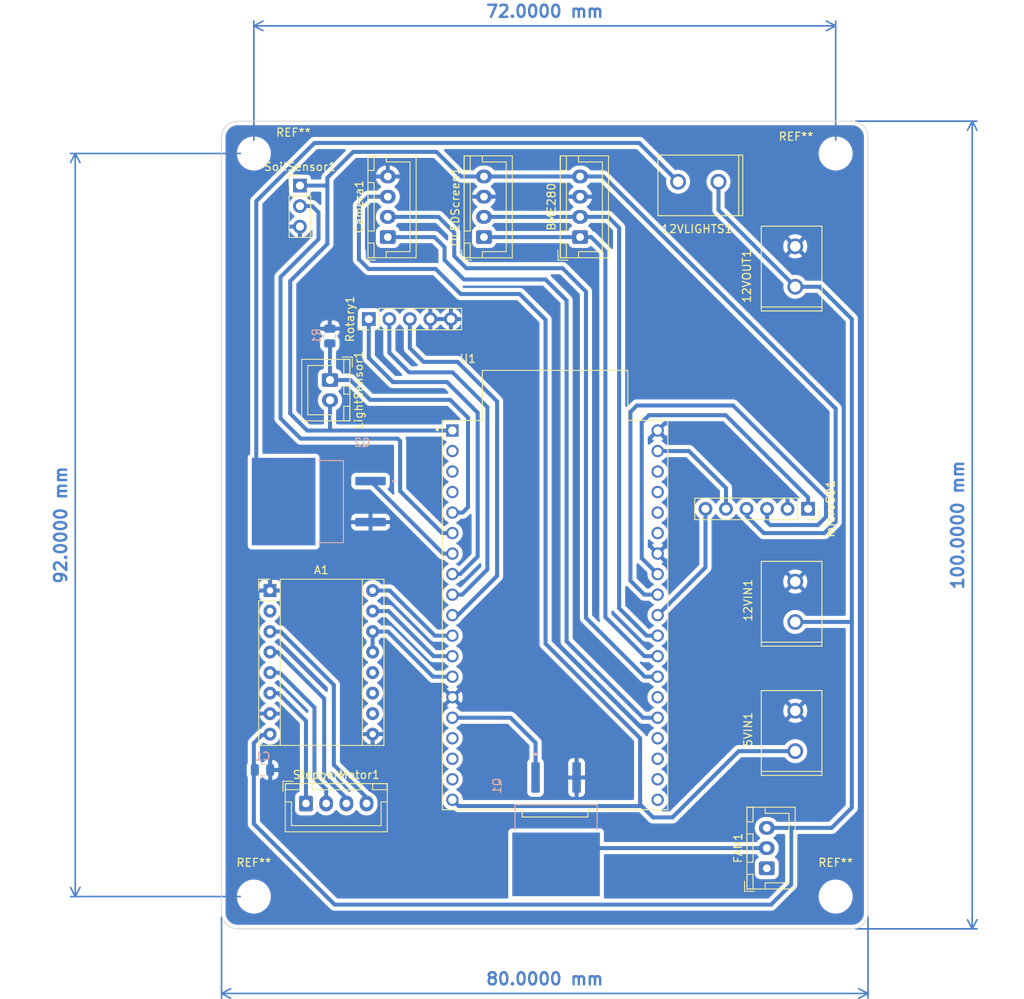
<source format=kicad_pcb>
(kicad_pcb (version 20211014) (generator pcbnew)
  (layers (0 "F.Cu" signal) (31 "B.Cu" signal) (34 "B.Paste" user) (35 "F.Paste" user) (36 "B.SilkS" user "B.Silkscreen") (37 "F.SilkS" user "F.Silkscreen") (38 "B.Mask" user) (39 "F.Mask" user) (44 "Edge.Cuts" user))
  (net 0 "")
  (net 1 "GND")
  (net 2 "Net-(12VIN1-Pad1)")
  (net 3 "Net-(12VLIGHTS1-Pad2)")
  (net 5 "/A2")
  (net 6 "/A1")
  (net 7 "/B1")
  (net 8 "/B2")
  (net 12 "Net-(A1-Pad13)")
  (net 13 "Net-(A1-Pad15)")
  (net 14 "Net-(A1-Pad16)")
  (net 15 "/SDA")
  (net 16 "/SCL")
  (net 17 "/3.3V")
  (net 19 "Net-(FAN1-Pad2)")
  (net 20 "/DO")
  (net 21 "/SCK")
  (net 22 "/DI")
  (net 23 "/CS")
  (net 24 "/FAN")
  (net 25 "/LED")
  (net 26 "/5V")
  (net 40 "/LIGHT")
  (net 41 "/SOIL")
  (net 42 "/RX2")
  (net 43 "/TX2")
  (net 44 "Net-(Rotary1-Pad1)")
  (net 45 "Net-(Rotary1-Pad2)")
  (net 46 "Net-(Rotary1-Pad3)")
  (footprint "TerminalBlock_2x5mm:691502710002" (layer "F.Cu") (at 178 61 90)
    (fp_text reference "12VOUT1" (at -1.2 -6 90) (layer "F.SilkS"))
    (fp_text value "Screw_Terminal_01x02")
    (pad "1" thru_hole circle locked (at -2.5 0 90) (size 1.95 1.95) (drill 1.3) (layers *.Cu *.Mask) (net 2 "Net-(12VIN1-Pad1)"))
    (pad "2" thru_hole circle locked (at 2.5 0 90) (size 1.95 1.95) (drill 1.3) (layers *.Cu *.Mask) (net 1 "GND"))
  )
  (footprint "Connector_JST:JST_XH_B2B-XH-A_1x02_P2.50mm_Vertical" (layer "F.Cu") (at 120.425 75.05 -90)
    (fp_text reference "LightSensor1" (at 1.25 -3.55 90) (layer "F.SilkS"))
    (fp_text value "Conn_01x02")
    (pad "1" thru_hole roundrect (at 0 0 270) (size 1.7 2) (drill 1) (layers *.Cu *.Mask) (roundrect_rratio 0.147059) (net 40 "/LIGHT"))
    (pad "2" thru_hole oval (at 2.5 0 270) (size 1.7 2) (drill 1) (layers *.Cu *.Mask) (net 17 "/3.3V"))
  )
  (footprint "MountingHole:MountingHole_3.2mm_M3" (layer "F.Cu") (at 111 47)
    (fp_text reference "REF**" (at 4.9 -2.6) (layer "F.SilkS"))
    (fp_text value "MountingHole_3.2mm_M3")
    (pad "" np_thru_hole circle (at 0 0) (size 3.2 3.2) (drill 3.2) (layers F&B.Cu *.Mask))
  )
  (footprint "MountingHole:MountingHole_3.2mm_M3" (layer "F.Cu") (at 183 47)
    (fp_text reference "REF**" (at -4.9 -2.1) (layer "F.SilkS"))
    (fp_text value "MountingHole_3.2mm_M3")
    (pad "" np_thru_hole circle (at 0 0) (size 3.2 3.2) (drill 3.2) (layers *.Cu *.Mask))
  )
  (footprint "ESP32:MODULE_ESP32-DEVKITC" (layer "F.Cu") (at 148.2725 104.15)
    (fp_text reference "U1" (at -10.795 -31.75) (layer "F.SilkS"))
    (fp_text value "ESP32-DEVKITC")
    (pad "1" thru_hole rect locked (at -12.7 -22.85) (size 1.53 1.53) (drill 1.02) (layers *.Cu *.Mask) (net 17 "/3.3V"))
    (pad "2" thru_hole circle locked (at -12.7 -20.31) (size 1.53 1.53) (drill 1.02) (layers *.Cu *.Mask))
    (pad "3" thru_hole circle locked (at -12.7 -17.77) (size 1.53 1.53) (drill 1.02) (layers *.Cu *.Mask))
    (pad "4" thru_hole circle locked (at -12.7 -15.23) (size 1.53 1.53) (drill 1.02) (layers *.Cu *.Mask))
    (pad "5" thru_hole circle locked (at -12.7 -12.69) (size 1.53 1.53) (drill 1.02) (layers *.Cu *.Mask) (net 40 "/LIGHT"))
    (pad "6" thru_hole circle locked (at -12.7 -10.15) (size 1.53 1.53) (drill 1.02) (layers *.Cu *.Mask) (net 41 "/SOIL"))
    (pad "7" thru_hole circle locked (at -12.7 -7.61) (size 1.53 1.53) (drill 1.02) (layers *.Cu *.Mask) (net 25 "/LED"))
    (pad "8" thru_hole circle locked (at -12.7 -5.07) (size 1.53 1.53) (drill 1.02) (layers *.Cu *.Mask) (net 44 "Net-(Rotary1-Pad1)"))
    (pad "9" thru_hole circle locked (at -12.7 -2.53) (size 1.53 1.53) (drill 1.02) (layers *.Cu *.Mask) (net 45 "Net-(Rotary1-Pad2)"))
    (pad "10" thru_hole circle locked (at -12.7 0.01) (size 1.53 1.53) (drill 1.02) (layers *.Cu *.Mask) (net 46 "Net-(Rotary1-Pad3)"))
    (pad "11" thru_hole circle locked (at -12.7 2.55) (size 1.53 1.53) (drill 1.02) (layers *.Cu *.Mask) (net 14 "Net-(A1-Pad16)"))
    (pad "12" thru_hole circle locked (at -12.7 5.09) (size 1.53 1.53) (drill 1.02) (layers *.Cu *.Mask) (net 13 "Net-(A1-Pad15)"))
    (pad "13" thru_hole circle locked (at -12.7 7.63) (size 1.53 1.53) (drill 1.02) (layers *.Cu *.Mask) (net 12 "Net-(A1-Pad13)"))
    (pad "14" thru_hole circle locked (at -12.7 10.17) (size 1.53 1.53) (drill 1.02) (layers *.Cu *.Mask) (net 1 "GND"))
    (pad "15" thru_hole circle locked (at -12.7 12.71) (size 1.53 1.53) (drill 1.02) (layers *.Cu *.Mask) (net 24 "/FAN"))
    (pad "16" thru_hole circle locked (at -12.7 15.25) (size 1.53 1.53) (drill 1.02) (layers *.Cu *.Mask))
    (pad "17" thru_hole circle locked (at -12.7 17.79) (size 1.53 1.53) (drill 1.02) (layers *.Cu *.Mask))
    (pad "18" thru_hole circle locked (at -12.7 20.33) (size 1.53 1.53) (drill 1.02) (layers *.Cu *.Mask))
    (pad "19" thru_hole circle locked (at -12.7 22.87) (size 1.53 1.53) (drill 1.02) (layers *.Cu *.Mask) (net 26 "/5V"))
    (pad "20" thru_hole circle locked (at 12.7 22.87) (size 1.53 1.53) (drill 1.02) (layers *.Cu *.Mask))
    (pad "21" thru_hole circle locked (at 12.7 20.33) (size 1.53 1.53) (drill 1.02) (layers *.Cu *.Mask))
    (pad "22" thru_hole circle locked (at 12.7 17.79) (size 1.53 1.53) (drill 1.02) (layers *.Cu *.Mask))
    (pad "23" thru_hole circle locked (at 12.7 15.25) (size 1.53 1.53) (drill 1.02) (layers *.Cu *.Mask))
    (pad "24" thru_hole circle locked (at 12.7 12.71) (size 1.53 1.53) (drill 1.02) (layers *.Cu *.Mask) (net 42 "/RX2"))
    (pad "25" thru_hole circle locked (at 12.7 10.17) (size 1.53 1.53) (drill 1.02) (layers *.Cu *.Mask))
    (pad "26" thru_hole circle locked (at 12.7 7.63) (size 1.53 1.53) (drill 1.02) (layers *.Cu *.Mask) (net 43 "/TX2"))
    (pad "27" thru_hole circle locked (at 12.7 5.09) (size 1.53 1.53) (drill 1.02) (layers *.Cu *.Mask) (net 15 "/SDA"))
    (pad "28" thru_hole circle locked (at 12.7 2.55) (size 1.53 1.53) (drill 1.02) (layers *.Cu *.Mask) (net 16 "/SCL"))
    (pad "29" thru_hole circle locked (at 12.7 0.01) (size 1.53 1.53) (drill 1.02) (layers *.Cu *.Mask) (net 23 "/CS"))
    (pad "30" thru_hole circle locked (at 12.7 -2.53) (size 1.53 1.53) (drill 1.02) (layers *.Cu *.Mask) (net 21 "/SCK"))
    (pad "31" thru_hole circle locked (at 12.7 -5.07) (size 1.53 1.53) (drill 1.02) (layers *.Cu *.Mask) (net 20 "/DO"))
    (pad "32" thru_hole circle locked (at 12.7 -7.61) (size 1.53 1.53) (drill 1.02) (layers *.Cu *.Mask) (net 1 "GND"))
    (pad "33" thru_hole circle locked (at 12.7 -10.15) (size 1.53 1.53) (drill 1.02) (layers *.Cu *.Mask))
    (pad "34" thru_hole circle locked (at 12.7 -12.69) (size 1.53 1.53) (drill 1.02) (layers *.Cu *.Mask))
    (pad "35" thru_hole circle locked (at 12.7 -15.23) (size 1.53 1.53) (drill 1.02) (layers *.Cu *.Mask))
    (pad "36" thru_hole circle locked (at 12.7 -17.77) (size 1.53 1.53) (drill 1.02) (layers *.Cu *.Mask))
    (pad "37" thru_hole circle locked (at 12.7 -20.31) (size 1.53 1.53) (drill 1.02) (layers *.Cu *.Mask) (net 22 "/DI"))
    (pad "38" thru_hole circle locked (at 12.7 -22.85) (size 1.53 1.53) (drill 1.02) (layers *.Cu *.Mask) (net 1 "GND"))
  )
  (footprint "Connector_PinSocket_2.54mm:PinSocket_1x06_P2.54mm_Vertical" (layer "F.Cu") (at 179.59 91 -90)
    (fp_text reference "microSD1" (at 0 -2.77 90) (layer "F.SilkS"))
    (fp_text value "Conn_01x06_Female")
    (pad "1" thru_hole rect (at 0 0 270) (size 1.7 1.7) (drill 1) (layers *.Cu *.Mask) (net 20 "/DO"))
    (pad "2" thru_hole oval (at 0 2.54 270) (size 1.7 1.7) (drill 1) (layers *.Cu *.Mask) (net 1 "GND"))
    (pad "3" thru_hole oval (at 0 5.08 270) (size 1.7 1.7) (drill 1) (layers *.Cu *.Mask) (net 21 "/SCK"))
    (pad "4" thru_hole oval (at 0 7.62 270) (size 1.7 1.7) (drill 1) (layers *.Cu *.Mask) (net 17 "/3.3V"))
    (pad "5" thru_hole oval (at 0 10.16 270) (size 1.7 1.7) (drill 1) (layers *.Cu *.Mask) (net 22 "/DI"))
    (pad "6" thru_hole oval (at 0 12.7 270) (size 1.7 1.7) (drill 1) (layers *.Cu *.Mask) (net 23 "/CS"))
  )
  (footprint "TerminalBlock_2x5mm:691502710002" (layer "F.Cu") (at 166 50.5 180)
    (fp_text reference "12VLIGHTS1" (at 0.175 -5.843) (layer "F.SilkS"))
    (fp_text value "Screw_Terminal_01x02")
    (pad "1" thru_hole circle locked (at -2.5 0 180) (size 1.95 1.95) (drill 1.3) (layers *.Cu *.Mask) (net 2 "Net-(12VIN1-Pad1)"))
    (pad "2" thru_hole circle locked (at 2.5 0 180) (size 1.95 1.95) (drill 1.3) (layers *.Cu *.Mask) (net 3 "Net-(12VLIGHTS1-Pad2)"))
  )
  (footprint "TerminalBlock_2x5mm:691502710002" (layer "F.Cu") (at 178 118.5 90)
    (fp_text reference "5VIN1" (at 0.175 -5.843 90) (layer "F.SilkS"))
    (fp_text value "Screw_Terminal_01x02")
    (pad "1" thru_hole circle locked (at -2.5 0 90) (size 1.95 1.95) (drill 1.3) (layers *.Cu *.Mask) (net 26 "/5V"))
    (pad "2" thru_hole circle locked (at 2.5 0 90) (size 1.95 1.95) (drill 1.3) (layers *.Cu *.Mask) (net 1 "GND"))
  )
  (footprint "Connector_JST:JST_XH_B3B-XH-A_1x03_P2.50mm_Vertical" (layer "F.Cu") (at 174.475 135.5 90)
    (fp_text reference "FAN1" (at 2.5 -3.55 90) (layer "F.SilkS"))
    (fp_text value "Conn_01x03")
    (pad "1" thru_hole roundrect (at 0 0 90) (size 1.7 1.95) (drill 0.95) (layers *.Cu *.Mask) (roundrect_rratio 0.147059))
    (pad "2" thru_hole oval (at 2.5 0 90) (size 1.7 1.95) (drill 0.95) (layers *.Cu *.Mask) (net 19 "Net-(FAN1-Pad2)"))
    (pad "3" thru_hole oval (at 5 0 90) (size 1.7 1.95) (drill 0.95) (layers *.Cu *.Mask) (net 2 "Net-(12VIN1-Pad1)"))
  )
  (footprint "MountingHole:MountingHole_3.2mm_M3" (layer "F.Cu") (at 111 139)
    (fp_text reference "REF**" (at 0 -4.2) (layer "F.SilkS"))
    (fp_text value "MountingHole_3.2mm_M3")
    (pad "" np_thru_hole circle (at 0 0) (size 3.2 3.2) (drill 3.2) (layers F&B.Cu *.Mask))
  )
  (footprint "Connector_JST:JST_XH_B4B-XH-A_1x04_P2.50mm_Vertical" (layer "F.Cu") (at 127.575 57.35 90)
    (fp_text reference "Camera1" (at 3.75 -3.55 90) (layer "F.SilkS"))
    (fp_text value "Conn_01x04")
    (pad "1" thru_hole roundrect (at 0 0 90) (size 1.7 1.95) (drill 0.95) (layers *.Cu *.Mask) (roundrect_rratio 0.147059) (net 42 "/RX2"))
    (pad "2" thru_hole oval (at 2.5 0 90) (size 1.7 1.95) (drill 0.95) (layers *.Cu *.Mask) (net 43 "/TX2"))
    (pad "3" thru_hole oval (at 5 0 90) (size 1.7 1.95) (drill 0.95) (layers *.Cu *.Mask) (net 26 "/5V"))
    (pad "4" thru_hole oval (at 7.5 0 90) (size 1.7 1.95) (drill 0.95) (layers *.Cu *.Mask) (net 1 "GND"))
  )
  (footprint "Connector_JST:JST_XH_B4B-XH-A_1x04_P2.50mm_Vertical" (layer "F.Cu") (at 117.45 127.475)
    (fp_text reference "StepperMotor1" (at 3.75 -3.55) (layer "F.SilkS"))
    (fp_text value "Conn_01x04")
    (pad "1" thru_hole roundrect (at 0 0) (size 1.7 1.95) (drill 0.95) (layers *.Cu *.Mask) (roundrect_rratio 0.147059) (net 8 "/B2"))
    (pad "2" thru_hole oval (at 2.5 0) (size 1.7 1.95) (drill 0.95) (layers *.Cu *.Mask) (net 7 "/B1"))
    (pad "3" thru_hole oval (at 5 0) (size 1.7 1.95) (drill 0.95) (layers *.Cu *.Mask) (net 6 "/A1"))
    (pad "4" thru_hole oval (at 7.5 0) (size 1.7 1.95) (drill 0.95) (layers *.Cu *.Mask) (net 5 "/A2"))
  )
  (footprint "Connector_JST:JST_XH_B4B-XH-A_1x04_P2.50mm_Vertical" (layer "F.Cu") (at 139.475 57.35 90)
    (fp_text reference "OLEDScreen1" (at 3.75 -3.55 90) (layer "F.SilkS"))
    (fp_text value "Conn_01x04")
    (pad "1" thru_hole roundrect (at 0 0 90) (size 1.7 1.95) (drill 0.95) (layers *.Cu *.Mask) (roundrect_rratio 0.147059) (net 15 "/SDA"))
    (pad "2" thru_hole oval (at 2.5 0 90) (size 1.7 1.95) (drill 0.95) (layers *.Cu *.Mask) (net 16 "/SCL"))
    (pad "3" thru_hole oval (at 5 0 90) (size 1.7 1.95) (drill 0.95) (layers *.Cu *.Mask) (net 1 "GND"))
    (pad "4" thru_hole oval (at 7.5 0 90) (size 1.7 1.95) (drill 0.95) (layers *.Cu *.Mask) (net 17 "/3.3V"))
  )
  (footprint "Connector_JST:JST_XH_B4B-XH-A_1x04_P2.50mm_Vertical" (layer "F.Cu") (at 151.375 57.35 90)
    (fp_text reference "BME280" (at 3.75 -3.55 90) (layer "F.SilkS"))
    (fp_text value "Conn_01x04")
    (pad "1" thru_hole roundrect (at 0 0 90) (size 1.7 1.95) (drill 0.95) (layers *.Cu *.Mask) (roundrect_rratio 0.147059) (net 15 "/SDA"))
    (pad "2" thru_hole oval (at 2.5 0 90) (size 1.7 1.95) (drill 0.95) (layers *.Cu *.Mask) (net 16 "/SCL"))
    (pad "3" thru_hole oval (at 5 0 90) (size 1.7 1.95) (drill 0.95) (layers *.Cu *.Mask) (net 1 "GND"))
    (pad "4" thru_hole oval (at 7.5 0 90) (size 1.7 1.95) (drill 0.95) (layers *.Cu *.Mask) (net 17 "/3.3V"))
  )
  (footprint "MountingHole:MountingHole_3.2mm_M3" (layer "F.Cu") (at 183 139)
    (fp_text reference "REF**" (at 0 -4.2) (layer "F.SilkS"))
    (fp_text value "MountingHole_3.2mm_M3")
    (pad "" np_thru_hole circle (at 0 0) (size 3.2 3.2) (drill 3.2) (layers F&B.Cu *.Mask))
  )
  (footprint "TerminalBlock_2x5mm:691502710002" (layer "F.Cu") (at 178 102.5 90)
    (fp_text reference "12VIN1" (at 0.175 -5.843 90) (layer "F.SilkS"))
    (fp_text value "Screw_Terminal_01x02")
    (pad "1" thru_hole circle locked (at -2.5 0 90) (size 1.95 1.95) (drill 1.3) (layers *.Cu *.Mask) (net 2 "Net-(12VIN1-Pad1)"))
    (pad "2" thru_hole circle locked (at 2.5 0 90) (size 1.95 1.95) (drill 1.3) (layers *.Cu *.Mask) (net 1 "GND"))
  )
  (footprint "Connector_PinHeader_2.54mm:PinHeader_1x05_P2.54mm_Vertical" (layer "F.Cu") (at 125.225 67.5 90)
    (fp_text reference "Rotary1" (at 0 -2.33 90) (layer "F.SilkS"))
    (fp_text value "Conn_01x05_Male")
    (pad "1" thru_hole rect (at 0 0 90) (size 1.7 1.7) (drill 1) (layers *.Cu *.Mask) (net 44 "Net-(Rotary1-Pad1)"))
    (pad "2" thru_hole oval (at 0 2.54 90) (size 1.7 1.7) (drill 1) (layers *.Cu *.Mask) (net 45 "Net-(Rotary1-Pad2)"))
    (pad "3" thru_hole oval (at 0 5.08 90) (size 1.7 1.7) (drill 1) (layers *.Cu *.Mask) (net 46 "Net-(Rotary1-Pad3)"))
    (pad "4" thru_hole oval (at 0 7.62 90) (size 1.7 1.7) (drill 1) (layers *.Cu *.Mask) (net 1 "GND"))
    (pad "5" thru_hole oval (at 0 10.16 90) (size 1.7 1.7) (drill 1) (layers *.Cu *.Mask) (net 1 "GND"))
  )
  (footprint "Module:Pololu_Breakout-16_15.2x20.3mm" (layer "F.Cu") (at 113 101.11)
    (fp_text reference "A1" (at 6.35 -2.54) (layer "F.SilkS"))
    (fp_text value "Pololu_Breakout_DRV8825")
    (pad "1" thru_hole rect (at 0 0) (size 1.6 1.6) (drill 0.8) (layers *.Cu *.Mask) (net 1 "GND"))
    (pad "2" thru_hole oval (at 0 2.54) (size 1.6 1.6) (drill 0.8) (layers *.Cu *.Mask))
    (pad "3" thru_hole oval (at 0 5.08) (size 1.6 1.6) (drill 0.8) (layers *.Cu *.Mask) (net 5 "/A2"))
    (pad "4" thru_hole oval (at 0 7.62) (size 1.6 1.6) (drill 0.8) (layers *.Cu *.Mask) (net 6 "/A1"))
    (pad "5" thru_hole oval (at 0 10.16) (size 1.6 1.6) (drill 0.8) (layers *.Cu *.Mask) (net 7 "/B1"))
    (pad "6" thru_hole oval (at 0 12.7) (size 1.6 1.6) (drill 0.8) (layers *.Cu *.Mask) (net 8 "/B2"))
    (pad "7" thru_hole oval (at 0 15.24) (size 1.6 1.6) (drill 0.8) (layers *.Cu *.Mask) (net 1 "GND"))
    (pad "8" thru_hole oval (at 0 17.78) (size 1.6 1.6) (drill 0.8) (layers *.Cu *.Mask) (net 2 "Net-(12VIN1-Pad1)"))
    (pad "9" thru_hole oval (at 12.7 17.78) (size 1.6 1.6) (drill 0.8) (layers *.Cu *.Mask) (net 1 "GND"))
    (pad "10" thru_hole oval (at 12.7 15.24) (size 1.6 1.6) (drill 0.8) (layers *.Cu *.Mask))
    (pad "11" thru_hole oval (at 12.7 12.7) (size 1.6 1.6) (drill 0.8) (layers *.Cu *.Mask))
    (pad "12" thru_hole oval (at 12.7 10.16) (size 1.6 1.6) (drill 0.8) (layers *.Cu *.Mask))
    (pad "13" thru_hole oval (at 12.7 7.62) (size 1.6 1.6) (drill 0.8) (layers *.Cu *.Mask) (net 12 "Net-(A1-Pad13)"))
    (pad "14" thru_hole oval (at 12.7 5.08) (size 1.6 1.6) (drill 0.8) (layers *.Cu *.Mask) (net 12 "Net-(A1-Pad13)"))
    (pad "15" thru_hole oval (at 12.7 2.54) (size 1.6 1.6) (drill 0.8) (layers *.Cu *.Mask) (net 13 "Net-(A1-Pad15)"))
    (pad "16" thru_hole oval (at 12.7 0) (size 1.6 1.6) (drill 0.8) (layers *.Cu *.Mask) (net 14 "Net-(A1-Pad16)"))
  )
  (footprint "Connector_PinHeader_2.54mm:PinHeader_1x03_P2.54mm_Vertical" (layer "F.Cu") (at 116.7 50.975)
    (fp_text reference "SoilSensor1" (at 0 -2.33) (layer "F.SilkS"))
    (fp_text value "Conn_01x03_Male")
    (pad "1" thru_hole rect (at 0 0) (size 1.7 1.7) (drill 1) (layers *.Cu *.Mask) (net 17 "/3.3V"))
    (pad "2" thru_hole oval (at 0 2.54) (size 1.7 1.7) (drill 1) (layers *.Cu *.Mask) (net 41 "/SOIL"))
    (pad "3" thru_hole oval (at 0 5.08) (size 1.7 1.7) (drill 1) (layers *.Cu *.Mask) (net 1 "GND"))
  )
  (footprint "Capacitor_SMD:C_0805_2012Metric" (layer "B.Cu") (at 112.075 123.325 180)
    (fp_text reference "C1" (at 0 1.68) (layer "B.SilkS") (effects (justify mirror)))
    (fp_text value "100uF")
    (pad "1" smd roundrect (at -0.95 0 180) (size 1 1.45) (layers "B.Cu" "B.Paste" "B.Mask") (net 1 "GND"))
    (pad "2" smd roundrect (at 0.95 0 180) (size 1 1.45) (layers "B.Cu" "B.Paste" "B.Mask") (net 2 "Net-(12VIN1-Pad1)"))
  )
  (footprint "IRF3205STRLPBF:TO254P1524X483-4N" (layer "B.Cu") (at 119.0375 90.1 180)
    (fp_text reference "Q2" (at -5.365 7.305) (layer "B.SilkS") (effects (justify mirror)))
    (fp_text value "IRF3205")
    (pad "1" smd roundrect locked (at -6.4 2.54 180) (size 3.78 1.06) (layers "B.Cu" "B.Paste" "B.Mask") (roundrect_rratio 0.13) (net 25 "/LED"))
    (pad "2" smd rect locked (at 4.35 0 180) (size 7.88 10.84) (layers "B.Cu" "B.Mask") (net 3 "Net-(12VLIGHTS1-Pad2)"))
    (pad "3" smd roundrect locked (at -6.4 -2.54 180) (size 3.78 1.06) (layers "B.Cu" "B.Paste" "B.Mask") (roundrect_rratio 0.13) (net 1 "GND"))
  )
  (footprint "Resistor_SMD:R_0805_2012Metric" (layer "B.Cu") (at 120.4 69.6 -90)
    (fp_text reference "R1" (at 0 1.65 90) (layer "B.SilkS") (effects (justify mirror)))
    (fp_text value "10k")
    (pad "1" smd roundrect (at -0.9125 0 270) (size 1.025 1.4) (layers "B.Cu" "B.Paste" "B.Mask") (roundrect_rratio 0.243902) (net 1 "GND"))
    (pad "2" smd roundrect (at 0.9125 0 270) (size 1.025 1.4) (layers "B.Cu" "B.Paste" "B.Mask") (roundrect_rratio 0.243902) (net 40 "/LIGHT"))
  )
  (footprint "IRF3205STRLPBF:TO254P1524X483-4N" (layer "B.Cu") (at 148.4 130.6625 -90)
    (fp_text reference "Q1" (at -5.365 7.305 90) (layer "B.SilkS") (effects (justify mirror)))
    (fp_text value "IRF3205")
    (pad "1" smd roundrect locked (at -6.4 2.54 270) (size 3.78 1.06) (layers "B.Cu" "B.Paste" "B.Mask") (roundrect_rratio 0.13) (net 24 "/FAN"))
    (pad "2" smd rect locked (at 4.35 0 270) (size 7.88 10.84) (layers "B.Cu" "B.Mask") (net 19 "Net-(FAN1-Pad2)"))
    (pad "3" smd roundrect locked (at -6.4 -2.54 270) (size 3.78 1.06) (layers "B.Cu" "B.Paste" "B.Mask") (roundrect_rratio 0.13) (net 1 "GND"))
  )
  (gr_line (start 187 45) (end 187 141) (layer "Edge.Cuts") (width 0.1))
  (gr_arc (start 107 45) (mid 107.585786 43.585786) (end 109 43) (layer "Edge.Cuts") (width 0.1))
  (gr_arc (start 109 143) (mid 107.585786 142.414214) (end 107 141) (layer "Edge.Cuts") (width 0.1))
  (gr_line (start 185 143) (end 109 143) (layer "Edge.Cuts") (width 0.1))
  (gr_arc (start 185 43) (mid 186.414214 43.585786) (end 187 45) (layer "Edge.Cuts") (width 0.1))
  (gr_line (start 107 141) (end 107 45) (layer "Edge.Cuts") (width 0.1))
  (gr_line (start 109 43) (end 185 43) (layer "Edge.Cuts") (width 0.1))
  (gr_arc (start 187 141) (mid 186.414214 142.414214) (end 185 143) (layer "Edge.Cuts") (width 0.1))
  (dimension (type aligned) (layer "B.Cu") (pts (xy 111 47) (xy 183 47)) (height -15.8) (gr_text "72,0000 mm" (at 147 29.4) (layer "B.Cu") (effects (font (size 1.5 1.5) (thickness 0.3)))) (format (units 3) (units_format 1) (precision 4)) (style (thickness 0.2) (arrow_length 1.27) (text_position_mode 0) (extension_height 0.58642) (extension_offset 0.5) keep_text_aligned))
  (dimension (type aligned) (layer "B.Cu") (pts (xy 111 47) (xy 111 139)) (height 22.099999) (gr_text "92,0000 mm" (at 87.100001 93 90) (layer "B.Cu") (effects (font (size 1.5 1.5) (thickness 0.3)))) (format (units 3) (units_format 1) (precision 4)) (style (thickness 0.2) (arrow_length 1.27) (text_position_mode 0) (extension_height 0.58642) (extension_offset 0.5) keep_text_aligned))
  (dimension (type aligned) (layer "B.Cu") (pts (xy 185 143) (xy 185 43)) (height 14.9) (gr_text "100,0000 mm" (at 198.1 93 90) (layer "B.Cu") (effects (font (size 1.5 1.5) (thickness 0.3)))) (format (units 3) (units_format 1) (precision 4)) (style (thickness 0.2) (arrow_length 1.27) (text_position_mode 0) (extension_height 0.58642) (extension_offset 0.5) keep_text_aligned))
  (dimension (type aligned) (layer "B.Cu") (pts (xy 107 141) (xy 187 141)) (height 9.999999) (gr_text "80,0000 mm" (at 147 149.199999) (layer "B.Cu") (effects (font (size 1.5 1.5) (thickness 0.3)))) (format (units 3) (units_format 1) (precision 4)) (style (thickness 0.2) (arrow_length 1.27) (text_position_mode 0) (extension_height 0.58642) (extension_offset 0.5) keep_text_aligned))
  (segment (start 112 119) (end 111 120) (width 0.5) (layer "B.Cu") (net 2))
  (segment (start 111 120) (end 111 123.2) (width 0.5) (layer "B.Cu") (net 2))
  (segment (start 178 63.5) (end 168.5 54) (width 0.5) (layer "B.Cu") (net 2))
  (segment (start 185 105) (end 185 128) (width 0.5) (layer "B.Cu") (net 2))
  (segment (start 111 123.2) (end 111.125 123.325) (width 0.5) (layer "B.Cu") (net 2))
  (segment (start 182.5 130.5) (end 185 128) (width 0.5) (layer "B.Cu") (net 2))
  (segment (start 111 130) (end 111 123.45) (width 0.5) (layer "B.Cu") (net 2))
  (segment (start 112.89 119) (end 112 119) (width 0.5) (layer "B.Cu") (net 2))
  (segment (start 178 105) (end 185 105) (width 0.5) (layer "B.Cu") (net 2))
  (segment (start 175 140) (end 177.5 137.5) (width 0.5) (layer "B.Cu") (net 2))
  (segment (start 121 140) (end 175 140) (width 0.5) (layer "B.Cu") (net 2))
  (segment (start 113 118.89) (end 112.89 119) (width 0.5) (layer "B.Cu") (net 2))
  (segment (start 111 130) (end 121 140) (width 0.5) (layer "B.Cu") (net 2))
  (segment (start 177.5 137.5) (end 177.5 130.5) (width 0.5) (layer "B.Cu") (net 2))
  (segment (start 168.5 54) (end 168.5 50.5) (width 0.5) (layer "B.Cu") (net 2))
  (segment (start 185 67.5) (end 185 105) (width 0.5) (layer "B.Cu") (net 2))
  (segment (start 181 63.5) (end 185 67.5) (width 0.5) (layer "B.Cu") (net 2))
  (segment (start 177.5 130.5) (end 182.5 130.5) (width 0.5) (layer "B.Cu") (net 2))
  (segment (start 178 63.5) (end 181 63.5) (width 0.5) (layer "B.Cu") (net 2))
  (segment (start 174.475 130.5) (end 177.5 130.5) (width 0.5) (layer "B.Cu") (net 2))
  (segment (start 111 123.45) (end 111.125 123.325) (width 0.5) (layer "B.Cu") (net 2))
  (segment (start 163.5 50.5) (end 158.7 45.7) (width 0.5) (layer "B.Cu") (net 3))
  (segment (start 118.5 45.7) (end 111.3 52.9) (width 0.5) (layer "B.Cu") (net 3))
  (segment (start 111.3 86.7125) (end 114.6875 90.1) (width 0.5) (layer "B.Cu") (net 3))
  (segment (start 111.3 52.9) (end 111.3 86.7125) (width 0.5) (layer "B.Cu") (net 3))
  (segment (start 158.7 45.7) (end 118.5 45.7) (width 0.5) (layer "B.Cu") (net 3))
  (segment (start 120.9 122.7) (end 124.95 126.75) (width 0.5) (layer "B.Cu") (net 5))
  (segment (start 124.95 126.75) (end 124.95 127.475) (width 0.5) (layer "B.Cu") (net 5))
  (segment (start 120.9 112.8) (end 120.9 122.7) (width 0.5) (layer "B.Cu") (net 5))
  (segment (start 114.29 106.19) (end 120.9 112.8) (width 0.5) (layer "B.Cu") (net 5))
  (segment (start 113 106.19) (end 114.29 106.19) (width 0.5) (layer "B.Cu") (net 5))
  (segment (start 122.45 126.835786) (end 122.45 127.475) (width 0.5) (layer "B.Cu") (net 6))
  (segment (start 119.7 114.5) (end 119.7 124.085786) (width 0.5) (layer "B.Cu") (net 6))
  (segment (start 119.7 124.085786) (end 122.45 126.835786) (width 0.5) (layer "B.Cu") (net 6))
  (segment (start 113.93 108.73) (end 119.7 114.5) (width 0.5) (layer "B.Cu") (net 6))
  (segment (start 113 108.73) (end 113.93 108.73) (width 0.5) (layer "B.Cu") (net 6))
  (segment (start 118.5 115.6) (end 118.5 124.3) (width 0.5) (layer "B.Cu") (net 7))
  (segment (start 118.5 124.3) (end 119.95 125.75) (width 0.5) (layer "B.Cu") (net 7))
  (segment (start 114.17 111.27) (end 118.5 115.6) (width 0.5) (layer "B.Cu") (net 7))
  (segment (start 113 111.27) (end 114.17 111.27) (width 0.5) (layer "B.Cu") (net 7))
  (segment (start 119.95 125.75) (end 119.95 127.475) (width 0.5) (layer "B.Cu") (net 7))
  (segment (start 113 113.81) (end 114.01 113.81) (width 0.5) (layer "B.Cu") (net 8))
  (segment (start 114.01 113.81) (end 117.45 117.25) (width 0.5) (layer "B.Cu") (net 8))
  (segment (start 117.45 117.25) (end 117.45 127.475) (width 0.5) (layer "B.Cu") (net 8))
  (segment (start 125.7 106.19) (end 125.7 108.73) (width 0.5) (layer "B.Cu") (net 12))
  (segment (start 127.59 106.19) (end 125.7 106.19) (width 0.5) (layer "B.Cu") (net 12))
  (segment (start 135.5725 111.78) (end 133.18 111.78) (width 0.5) (layer "B.Cu") (net 12))
  (segment (start 133.18 111.78) (end 127.59 106.19) (width 0.5) (layer "B.Cu") (net 12))
  (segment (start 133.24 109.24) (end 127.65 103.65) (width 0.5) (layer "B.Cu") (net 13))
  (segment (start 135.5725 109.24) (end 133.24 109.24) (width 0.5) (layer "B.Cu") (net 13))
  (segment (start 127.65 103.65) (end 125.7 103.65) (width 0.5) (layer "B.Cu") (net 13))
  (segment (start 127.81 101.11) (end 125.7 101.11) (width 0.5) (layer "B.Cu") (net 14))
  (segment (start 135.5725 106.7) (end 133.4 106.7) (width 0.5) (layer "B.Cu") (net 14))
  (segment (start 133.4 106.7) (end 127.81 101.11) (width 0.5) (layer "B.Cu") (net 14))
  (segment (start 160.9725 109.24) (end 159.34 109.24) (width 0.5) (layer "B.Cu") (net 15))
  (segment (start 159.34 109.24) (end 154.5 104.4) (width 0.5) (layer "B.Cu") (net 15))
  (segment (start 154.5 59.1) (end 152.75 57.35) (width 0.5) (layer "B.Cu") (net 15))
  (segment (start 151.375 57.35) (end 139.475 57.35) (width 0.5) (layer "B.Cu") (net 15))
  (segment (start 154.5 104.4) (end 154.5 59.1) (width 0.5) (layer "B.Cu") (net 15))
  (segment (start 152.75 57.35) (end 151.375 57.35) (width 0.5) (layer "B.Cu") (net 15))
  (segment (start 156.2 56.2) (end 154.85 54.85) (width 0.5) (layer "B.Cu") (net 16))
  (segment (start 159.6 106.7) (end 156.2 103.3) (width 0.5) (layer "B.Cu") (net 16))
  (segment (start 156.2 103.3) (end 156.2 56.2) (width 0.5) (layer "B.Cu") (net 16))
  (segment (start 151.375 54.85) (end 139.475 54.85) (width 0.5) (layer "B.Cu") (net 16))
  (segment (start 154.85 54.85) (end 151.375 54.85) (width 0.5) (layer "B.Cu") (net 16))
  (segment (start 160.9725 106.7) (end 159.6 106.7) (width 0.5) (layer "B.Cu") (net 16))
  (segment (start 171.97 91.87) (end 171.97 91) (width 0.5) (layer "B.Cu") (net 17))
  (segment (start 183 92.6) (end 181.6 94) (width 0.5) (layer "B.Cu") (net 17))
  (segment (start 120.425 81.175) (end 120.3 81.3) (width 0.5) (layer "B.Cu") (net 17))
  (segment (start 154.25 49.85) (end 183 78.6) (width 0.5) (layer "B.Cu") (net 17))
  (segment (start 151.375 49.85) (end 154.25 49.85) (width 0.5) (layer "B.Cu") (net 17))
  (segment (start 120.025 50.975) (end 120.1 50.9) (width 0.5) (layer "B.Cu") (net 17))
  (segment (start 174.1 94) (end 171.97 91.87) (width 0.5) (layer "B.Cu") (net 17))
  (segment (start 181.6 94) (end 174.1 94) (width 0.5) (layer "B.Cu") (net 17))
  (segment (start 133.6 46.8) (end 123.3 46.8) (width 0.5) (layer "B.Cu") (net 17))
  (segment (start 120.1 58.2) (end 115.5 62.8) (width 0.5) (layer "B.Cu") (net 17))
  (segment (start 135.5725 81.3) (end 120.3 81.3) (width 0.5) (layer "B.Cu") (net 17))
  (segment (start 117.6 81.3) (end 120.3 81.3) (width 0.5) (layer "B.Cu") (net 17))
  (segment (start 120.425 77.55) (end 120.425 81.175) (width 0.5) (layer "B.Cu") (net 17))
  (segment (start 139.475 49.85) (end 136.65 49.85) (width 0.5) (layer "B.Cu") (net 17))
  (segment (start 183 78.6) (end 183 92.6) (width 0.5) (layer "B.Cu") (net 17))
  (segment (start 115.5 62.8) (end 115.5 79.2) (width 0.5) (layer "B.Cu") (net 17))
  (segment (start 120.1 50) (end 120.1 50.9) (width 0.5) (layer "B.Cu") (net 17))
  (segment (start 139.475 49.85) (end 151.375 49.85) (width 0.5) (layer "B.Cu") (net 17))
  (segment (start 115.5 79.2) (end 117.6 81.3) (width 0.5) (layer "B.Cu") (net 17))
  (segment (start 136.65 49.85) (end 133.6 46.8) (width 0.5) (layer "B.Cu") (net 17))
  (segment (start 116.7 50.975) (end 120.025 50.975) (width 0.5) (layer "B.Cu") (net 17))
  (segment (start 123.3 46.8) (end 120.1 50) (width 0.5) (layer "B.Cu") (net 17))
  (segment (start 120.1 50.9) (end 120.1 58.2) (width 0.5) (layer "B.Cu") (net 17))
  (segment (start 150.4125 133) (end 148.4 135.0125) (width 0.5) (layer "B.Cu") (net 19))
  (segment (start 174.475 133) (end 150.4125 133) (width 0.5) (layer "B.Cu") (net 19))
  (segment (start 179.59 89.59) (end 179.59 91) (width 0.5) (layer "B.Cu") (net 20))
  (segment (start 160.9725 99.08) (end 159 97.1075) (width 0.5) (layer "B.Cu") (net 20))
  (segment (start 159.9 79.4) (end 169.4 79.4) (width 0.5) (layer "B.Cu") (net 20))
  (segment (start 169.4 79.4) (end 179.59 89.59) (width 0.5) (layer "B.Cu") (net 20))
  (segment (start 159 80.3) (end 159.9 79.4) (width 0.5) (layer "B.Cu") (net 20))
  (segment (start 159 97.1075) (end 159 80.3) (width 0.5) (layer "B.Cu") (net 20))
  (segment (start 180.79 93) (end 174.9 93) (width 0.5) (layer "B.Cu") (net 21))
  (segment (start 174.4 92.5) (end 174.51 92.39) (width 0.5) (layer "B.Cu") (net 21))
  (segment (start 159.32 101.62) (end 157.6 99.9) (width 0.5) (layer "B.Cu") (net 21))
  (segment (start 157.6 79) (end 158.4 78.2) (width 0.5) (layer "B.Cu") (net 21))
  (segment (start 174.51 92.39) (end 174.51 91) (width 0.5) (layer "B.Cu") (net 21))
  (segment (start 181.8 91.99) (end 180.79 93) (width 0.5) (layer "B.Cu") (net 21))
  (segment (start 160.9725 101.62) (end 159.32 101.62) (width 0.5) (layer "B.Cu") (net 21))
  (segment (start 170.3 78.2) (end 181.8 89.7) (width 0.5) (layer "B.Cu") (net 21))
  (segment (start 174.9 93) (end 174.4 92.5) (width 0.5) (layer "B.Cu") (net 21))
  (segment (start 158.4 78.2) (end 170.3 78.2) (width 0.5) (layer "B.Cu") (net 21))
  (segment (start 157.6 99.9) (end 157.6 79) (width 0.5) (layer "B.Cu") (net 21))
  (segment (start 181.8 89.7) (end 181.8 91.99) (width 0.5) (layer "B.Cu") (net 21))
  (segment (start 164.84 83.84) (end 169.43 88.43) (width 0.5) (layer "B.Cu") (net 22))
  (segment (start 160.9725 83.84) (end 164.84 83.84) (width 0.5) (layer "B.Cu") (net 22))
  (segment (start 169.43 88.43) (end 169.43 91) (width 0.5) (layer "B.Cu") (net 22))
  (segment (start 160.9725 104.16) (end 166.89 98.2425) (width 0.5) (layer "B.Cu") (net 23))
  (segment (start 166.89 98.2425) (end 166.89 91) (width 0.5) (layer "B.Cu") (net 23))
  (segment (start 142.76 116.86) (end 145.86 119.96) (width 0.5) (layer "B.Cu") (net 24))
  (segment (start 145.86 119.96) (end 145.86 124.2625) (width 0.5) (layer "B.Cu") (net 24))
  (segment (start 135.5725 116.86) (end 142.76 116.86) (width 0.5) (layer "B.Cu") (net 24))
  (segment (start 134.4175 96.54) (end 125.4375 87.56) (width 0.5) (layer "B.Cu") (net 25))
  (segment (start 135.5725 96.54) (end 134.4175 96.54) (width 0.5) (layer "B.Cu") (net 25))
  (segment (start 171 121) (end 178 121) (width 0.5) (layer "B.Cu") (net 26))
  (segment (start 136.6 64.4) (end 143.9 64.4) (width 0.5) (layer "B.Cu") (net 26))
  (segment (start 162.8 129.2) (end 171 121) (width 0.5) (layer "B.Cu") (net 26))
  (segment (start 158.8 127.6) (end 159 127.8) (width 0.5) (layer "B.Cu") (net 26))
  (segment (start 133.5 61.3) (end 136.6 64.4) (width 0.5) (layer "B.Cu") (net 26))
  (segment (start 158.8 119.4) (end 158.8 127.6) (width 0.5) (layer "B.Cu") (net 26))
  (segment (start 147.1 107.7) (end 158.8 119.4) (width 0.5) (layer "B.Cu") (net 26))
  (segment (start 127.575 52.35) (end 125.15 52.35) (width 0.5) (layer "B.Cu") (net 26))
  (segment (start 135.5725 127.02) (end 136.3525 127.8) (width 0.5) (layer "B.Cu") (net 26))
  (segment (start 143.9 64.4) (end 147.1 67.6) (width 0.5) (layer "B.Cu") (net 26))
  (segment (start 124 60.1) (end 125.2 61.3) (width 0.5) (layer "B.Cu") (net 26))
  (segment (start 160.4 129.2) (end 162.8 129.2) (width 0.5) (layer "B.Cu") (net 26))
  (segment (start 125.15 52.35) (end 124 53.5) (width 0.5) (layer "B.Cu") (net 26))
  (segment (start 125.2 61.3) (end 133.5 61.3) (width 0.5) (layer "B.Cu") (net 26))
  (segment (start 160.4 129.2) (end 159 127.8) (width 0.5) (layer "B.Cu") (net 26))
  (segment (start 124 53.5) (end 124 60.1) (width 0.5) (layer "B.Cu") (net 26))
  (segment (start 136.3525 127.8) (end 159 127.8) (width 0.5) (layer "B.Cu") (net 26))
  (segment (start 147.1 67.6) (end 147.1 107.7) (width 0.5) (layer "B.Cu") (net 26))
  (segment (start 137.5 90.8) (end 137.5 79.7) (width 0.5) (layer "B.Cu") (net 40))
  (segment (start 122.95 75.05) (end 120.425 75.05) (width 0.5) (layer "B.Cu") (net 40))
  (segment (start 120.425 75.05) (end 120.425 70.5375) (width 0.5) (layer "B.Cu") (net 40))
  (segment (start 136.84 91.46) (end 137.5 90.8) (width 0.5) (layer "B.Cu") (net 40))
  (segment (start 120.425 70.5375) (end 120.4 70.5125) (width 0.5) (layer "B.Cu") (net 40))
  (segment (start 135.3 77.5) (end 125.4 77.5) (width 0.5) (layer "B.Cu") (net 40))
  (segment (start 137.5 79.7) (end 135.3 77.5) (width 0.5) (layer "B.Cu") (net 40))
  (segment (start 135.5725 91.46) (end 136.84 91.46) (width 0.5) (layer "B.Cu") (net 40))
  (segment (start 125.4 77.5) (end 122.95 75.05) (width 0.5) (layer "B.Cu") (net 40))
  (segment (start 134.3 94) (end 129.1 88.8) (width 0.5) (layer "B.Cu") (net 41))
  (segment (start 119 54.3) (end 118.215 53.515) (width 0.5) (layer "B.Cu") (net 41))
  (segment (start 114.3 62.3) (end 119 57.6) (width 0.5) (layer "B.Cu") (net 41))
  (segment (start 119 57.6) (end 119 54.3) (width 0.5) (layer "B.Cu") (net 41))
  (segment (start 114.3 79.8) (end 114.3 62.3) (width 0.5) (layer "B.Cu") (net 41))
  (segment (start 129.1 88.8) (end 129.1 82.6) (width 0.5) (layer "B.Cu") (net 41))
  (segment (start 116.8 82.3) (end 114.3 79.8) (width 0.5) (layer "B.Cu") (net 41))
  (segment (start 128.8 82.3) (end 116.8 82.3) (width 0.5) (layer "B.Cu") (net 41))
  (segment (start 118.215 53.515) (end 116.7 53.515) (width 0.5) (layer "B.Cu") (net 41))
  (segment (start 129.1 82.6) (end 128.8 82.3) (width 0.5) (layer "B.Cu") (net 41))
  (segment (start 135.5725 94) (end 134.3 94) (width 0.5) (layer "B.Cu") (net 41))
  (segment (start 147.1 62.6) (end 137 62.6) (width 0.5) (layer "B.Cu") (net 42))
  (segment (start 149.7 107.4) (end 149.7 65.2) (width 0.5) (layer "B.Cu") (net 42))
  (segment (start 137 62.6) (end 134.6 60.2) (width 0.5) (layer "B.Cu") (net 42))
  (segment (start 160.9725 116.86) (end 159.16 116.86) (width 0.5) (layer "B.Cu") (net 42))
  (segment (start 134.6 60.2) (end 134.6 58.6) (width 0.5) (layer "B.Cu") (net 42))
  (segment (start 149.7 65.2) (end 147.1 62.6) (width 0.5) (layer "B.Cu") (net 42))
  (segment (start 133.35 57.35) (end 127.575 57.35) (width 0.5) (layer "B.Cu") (net 42))
  (segment (start 134.6 58.6) (end 133.35 57.35) (width 0.5) (layer "B.Cu") (net 42))
  (segment (start 159.16 116.86) (end 149.7 107.4) (width 0.5) (layer "B.Cu") (net 42))
  (segment (start 160.9725 111.78) (end 159.38 111.78) (width 0.5) (layer "B.Cu") (net 43))
  (segment (start 152.1 64.1) (end 149.2 61.2) (width 0.5) (layer "B.Cu") (net 43))
  (segment (start 135.8 56.8) (end 133.85 54.85) (width 0.5) (layer "B.Cu") (net 43))
  (segment (start 152.1 104.5) (end 152.1 64.1) (width 0.5) (layer "B.Cu") (net 43))
  (segment (start 159.38 111.78) (end 152.1 104.5) (width 0.5) (layer "B.Cu") (net 43))
  (segment (start 149.2 61.2) (end 137.3 61.2) (width 0.5) (layer "B.Cu") (net 43))
  (segment (start 133.85 54.85) (end 127.575 54.85) (width 0.5) (layer "B.Cu") (net 43))
  (segment (start 137.3 61.2) (end 135.8 59.7) (width 0.5) (layer "B.Cu") (net 43))
  (segment (start 135.8 59.7) (end 135.8 56.8) (width 0.5) (layer "B.Cu") (net 43))
  (segment (start 125.225 72.325) (end 125.225 67.5) (width 0.5) (layer "B.Cu") (net 44))
  (segment (start 136.52 99.08) (end 138.7 96.9) (width 0.5) (layer "B.Cu") (net 44))
  (segment (start 135.5725 99.08) (end 136.52 99.08) (width 0.5) (layer "B.Cu") (net 44))
  (segment (start 138.7 96.9) (end 138.7 79.1) (width 0.5) (layer "B.Cu") (net 44))
  (segment (start 134.9 75.3) (end 128.2 75.3) (width 0.5) (layer "B.Cu") (net 44))
  (segment (start 138.7 79.1) (end 134.9 75.3) (width 0.5) (layer "B.Cu") (net 44))
  (segment (start 128.2 75.3) (end 125.225 72.325) (width 0.5) (layer "B.Cu") (net 44))
  (segment (start 135.5725 101.62) (end 136.78 101.62) (width 0.5) (layer "B.Cu") (net 45))
  (segment (start 139.9 98.5) (end 139.9 78.4) (width 0.5) (layer "B.Cu") (net 45))
  (segment (start 127.765 71.665) (end 127.765 67.5) (width 0.5) (layer "B.Cu") (net 45))
  (segment (start 136.78 101.62) (end 139.9 98.5) (width 0.5) (layer "B.Cu") (net 45))
  (segment (start 130.2 74.1) (end 127.765 71.665) (width 0.5) (layer "B.Cu") (net 45))
  (segment (start 139.9 78.4) (end 135.6 74.1) (width 0.5) (layer "B.Cu") (net 45))
  (segment (start 135.6 74.1) (end 130.2 74.1) (width 0.5) (layer "B.Cu") (net 45))
  (segment (start 136.2 72.8) (end 132 72.8) (width 0.5) (layer "B.Cu") (net 46))
  (segment (start 136.24 104.16) (end 141.1 99.3) (width 0.5) (layer "B.Cu") (net 46))
  (segment (start 141.1 77.7) (end 136.2 72.8) (width 0.5) (layer "B.Cu") (net 46))
  (segment (start 135.5725 104.16) (end 136.24 104.16) (width 0.5) (layer "B.Cu") (net 46))
  (segment (start 130.305 71.105) (end 130.305 67.5) (width 0.5) (layer "B.Cu") (net 46))
  (segment (start 132 72.8) (end 130.305 71.105) (width 0.5) (layer "B.Cu") (net 46))
  (segment (start 141.1 99.3) (end 141.1 77.7) (width 0.5) (layer "B.Cu") (net 46))
  (zone (net 1) (net_name "GND") (layer "B.Cu") (connect_pads (clearance 0.5)) (min_thickness 0.3) (fill yes (thermal_gap 0.508) (thermal_bridge_width 0.508) (island_removal_mode 2) (island_area_min 1))
    (polygon (pts (xy 187 143) (xy 107 143) (xy 107 43) (xy 187 43)))
  )
)
</source>
